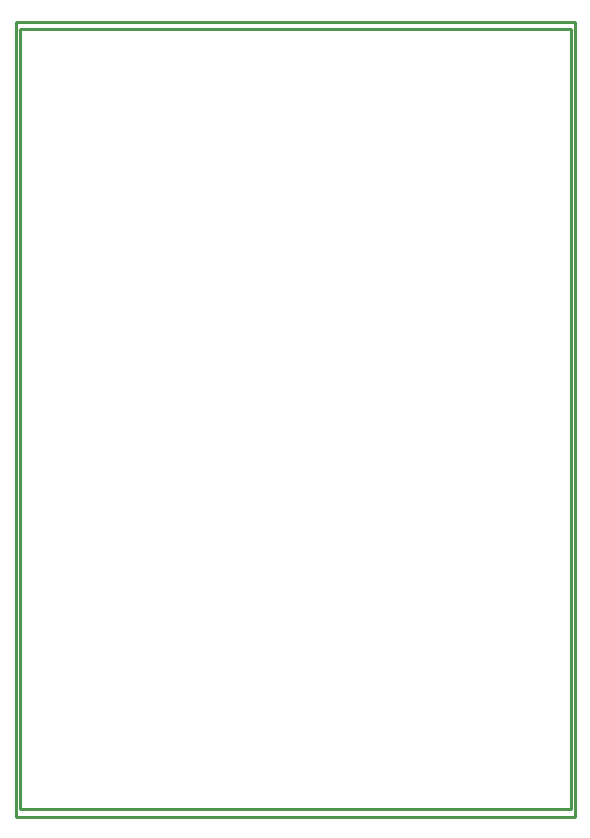
<source format=gko>
G04*
G04 #@! TF.GenerationSoftware,Altium Limited,Altium Designer,18.1.6 (161)*
G04*
G04 Layer_Color=16711935*
%FSLAX25Y25*%
%MOIN*%
G70*
G01*
G75*
%ADD13C,0.01000*%
D13*
X0Y0D02*
X186500D01*
X186500Y265000D02*
X186500Y0D01*
X0Y265000D02*
X186500D01*
X0Y0D02*
Y265000D01*
X1500Y2500D02*
X185000D01*
Y262500D01*
X1500D02*
X185000D01*
X1500Y2500D02*
Y262500D01*
M02*

</source>
